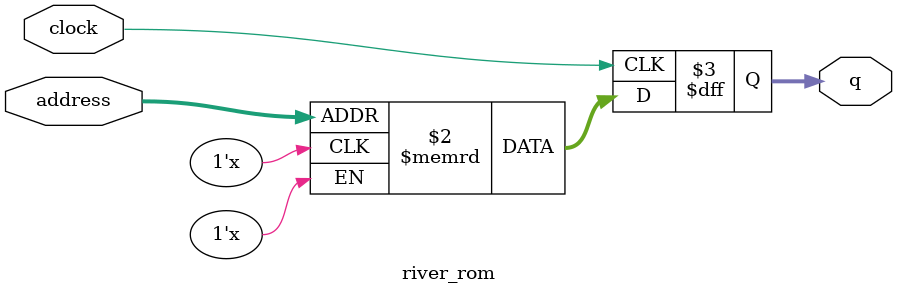
<source format=sv>
module river_rom (
	input logic clock,
	input logic [10:0] address,
	output logic [3:0] q
);

logic [3:0] memory [0:1295] /* synthesis ram_init_file = "./river/river.mif" */;

always_ff @ (posedge clock) begin
	q <= memory[address];
end

endmodule

</source>
